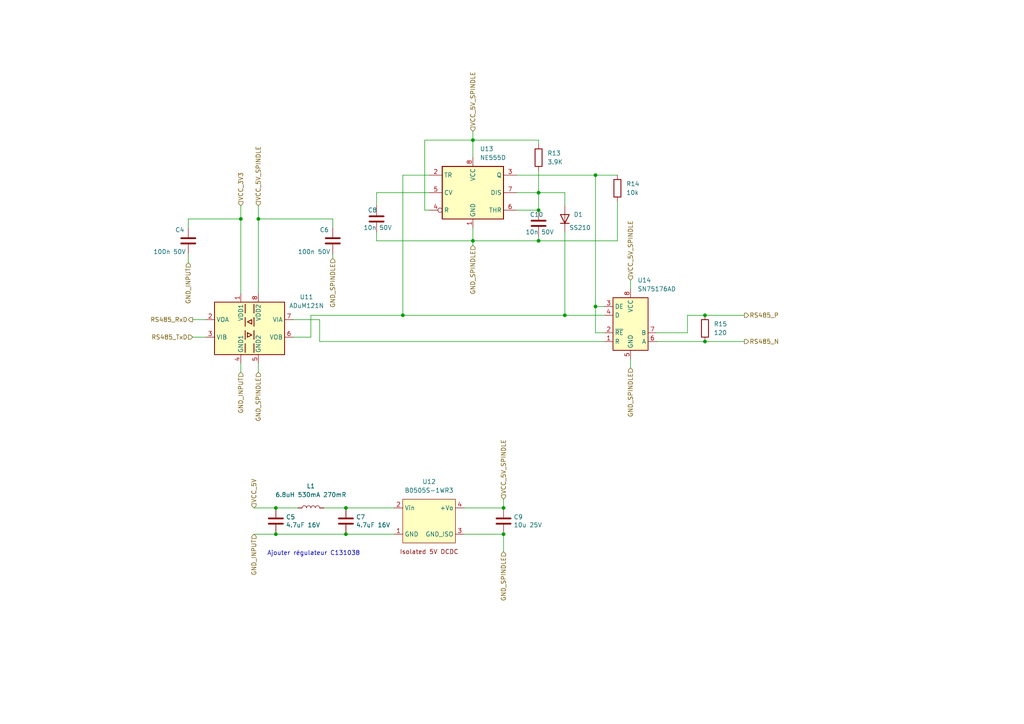
<source format=kicad_sch>
(kicad_sch (version 20211123) (generator eeschema)
  (paper "A4")
  (lib_symbols
    (symbol "Device:C" (pin_numbers hide) (pin_names (offset 0.254))
      (property "Reference" "C" (at 0.635 2.54 0))
      (property "Value" "C" (at 0.635 -2.54 0))
      (symbol "C_0_1"
        (polyline (pts (xy -2.032 -0.762) (xy 2.032 -0.762)) (stroke (width 0.508)))
        (polyline (pts (xy -2.032 0.762) (xy 2.032 0.762)) (stroke (width 0.508)))
      )
      (symbol "C_1_1"
        (pin passive line (at 0 3.81 270) (length 2.794) (name "~") (number "1"))
        (pin passive line (at 0 -3.81 90) (length 2.794) (name "~") (number "2"))
      )
    )
    (symbol "Device:D" (pin_numbers hide) (pin_names (offset 1.016) hide)
      (property "Reference" "D" (at 0 2.54 0))
      (property "Value" "D" (at 0 -2.54 0))
      (symbol "D_0_1"
        (polyline (pts (xy -1.27 1.27) (xy -1.27 -1.27)) (stroke (width 0.254)))
        (polyline (pts (xy 1.27 0) (xy -1.27 0)))
        (polyline (pts (xy 1.27 1.27) (xy 1.27 -1.27) (xy -1.27 0) (xy 1.27 1.27)) (stroke (width 0.254)))
      )
      (symbol "D_1_1"
        (pin passive line (at -3.81 0 0) (length 2.54) (name "K") (number "1"))
        (pin passive line (at 3.81 0 180) (length 2.54) (name "A") (number "2"))
      )
    )
    (symbol "Device:L" (pin_numbers hide) (pin_names (offset 1.016) hide)
      (property "Reference" "L" (at -1.27 0 90))
      (property "Value" "L" (at 1.905 0 90))
      (symbol "L_0_1"
        (arc (start 0 -2.54) (mid 0.635 -1.905) (end 0 -1.27))
        (arc (start 0 -1.27) (mid 0.635 -0.635) (end 0 0))
        (arc (start 0 0) (mid 0.635 0.635) (end 0 1.27))
        (arc (start 0 1.27) (mid 0.635 1.905) (end 0 2.54))
      )
      (symbol "L_1_1"
        (pin passive line (at 0 3.81 270) (length 1.27) (name "1") (number "1"))
        (pin passive line (at 0 -3.81 90) (length 1.27) (name "2") (number "2"))
      )
    )
    (symbol "Device:R" (pin_numbers hide) (pin_names (offset 0))
      (property "Reference" "R" (at 2.032 0 90))
      (property "Value" "R" (at 0 0 90))
      (symbol "R_0_1"
        (rectangle (start -1.016 -2.54) (end 1.016 2.54) (stroke (width 0.254)))
      )
      (symbol "R_1_1"
        (pin passive line (at 0 3.81 270) (length 1.27) (name "~") (number "1"))
        (pin passive line (at 0 -3.81 90) (length 1.27) (name "~") (number "2"))
      )
    )
    (symbol "Interface_UART:SN75176AD"
      (property "Reference" "U" (at -4.318 8.89 0))
      (property "Value" "SN75176AD" (at 1.016 8.89 0))
      (symbol "SN75176AD_0_1"
        (rectangle (start -5.08 7.62) (end 5.08 -7.62) (stroke (width 0.254)) (fill (type background)))
      )
      (symbol "SN75176AD_1_1"
        (pin output line (at -7.62 -5.08 0) (length 2.54) (name "R") (number "1"))
        (pin input line (at -7.62 -2.54 0) (length 2.54) (name "~{RE}") (number "2"))
        (pin input line (at -7.62 5.08 0) (length 2.54) (name "DE") (number "3"))
        (pin input line (at -7.62 2.54 0) (length 2.54) (name "D") (number "4"))
        (pin power_in line (at 0 -10.16 90) (length 2.54) (name "GND") (number "5"))
        (pin bidirectional line (at 7.62 -5.08 180) (length 2.54) (name "A") (number "6"))
        (pin bidirectional line (at 7.62 -2.54 180) (length 2.54) (name "B") (number "7"))
        (pin power_in line (at 0 10.16 270) (length 2.54) (name "VCC") (number "8"))
      )
    )
    (symbol "Isolator:ADuM121N"
      (property "Reference" "U" (at -10.16 8.89 0))
      (property "Value" "ADuM121N" (at 3.81 8.89 0))
      (symbol "ADuM121N_0_1"
        (rectangle (start -10.16 7.62) (end 10.16 -7.62) (stroke (width 0.254)) (fill (type background)))
        (polyline (pts (xy -1.27 -4.445) (xy -1.27 -6.985)) (stroke (width 0.254)))
        (polyline (pts (xy -1.27 -0.635) (xy -1.27 -3.175)) (stroke (width 0.254)))
        (polyline (pts (xy -1.27 3.175) (xy -1.27 0.635)) (stroke (width 0.254)))
        (polyline (pts (xy -1.27 6.985) (xy -1.27 4.445)) (stroke (width 0.254)))
        (polyline (pts (xy 1.27 -4.445) (xy 1.27 -6.985)) (stroke (width 0.254)))
        (polyline (pts (xy 1.27 -0.635) (xy 1.27 -3.175)) (stroke (width 0.254)))
        (polyline (pts (xy 1.27 3.175) (xy 1.27 0.635)) (stroke (width 0.254)))
        (polyline (pts (xy 1.27 6.985) (xy 1.27 4.445)) (stroke (width 0.254)))
        (polyline (pts (xy -0.635 -1.27) (xy -0.635 -2.54) (xy 0.635 -1.905) (xy -0.635 -1.27)) (stroke (width 0.254)))
        (polyline (pts (xy 0.635 1.27) (xy -0.635 1.905) (xy 0.635 2.54) (xy 0.635 1.27)) (stroke (width 0.254)))
      )
      (symbol "ADuM121N_1_1"
        (pin power_in line (at -2.54 10.16 270) (length 2.54) (name "VDD1") (number "1"))
        (pin output line (at -12.7 2.54 0) (length 2.54) (name "VOA") (number "2"))
        (pin input line (at -12.7 -2.54 0) (length 2.54) (name "VIB") (number "3"))
        (pin power_in line (at -2.54 -10.16 90) (length 2.54) (name "GND1") (number "4"))
        (pin power_in line (at 2.54 -10.16 90) (length 2.54) (name "GND2") (number "5"))
        (pin output line (at 12.7 -2.54 180) (length 2.54) (name "VOB") (number "6"))
        (pin input line (at 12.7 2.54 180) (length 2.54) (name "VIA") (number "7"))
        (pin power_in line (at 2.54 10.16 270) (length 2.54) (name "VDD2") (number "8"))
      )
    )
    (symbol "PersonnalSymbolLibrary:B0505S-1WR3"
      (property "Reference" "U?" (at 7.62 5.08 0))
      (property "Value" "B0505S-1WR3" (at 7.62 2.54 0))
      (symbol "B0505S-1WR3_0_0"
        (text "Isolated 5V DCDC" (at 7.62 -15.24 0) (effects (font (size 1.27 1.27))))
      )
      (symbol "B0505S-1WR3_0_1"
        (rectangle (start 0 0) (end 15.24 -12.7) (stroke (width 0.1524)) (fill (type background)))
      )
      (symbol "B0505S-1WR3_1_1"
        (pin passive line (at -2.54 -10.16 0) (length 2.54) (name "GND") (number "1"))
        (pin passive line (at -2.54 -2.54 0) (length 2.54) (name "Vin") (number "2"))
        (pin passive line (at 17.78 -10.16 180) (length 2.54) (name "GND_ISO") (number "3"))
        (pin passive line (at 17.78 -2.54 180) (length 2.54) (name "+Vo") (number "4"))
      )
    )
    (symbol "Timer:NE555D"
      (property "Reference" "U" (at -10.16 8.89 0))
      (property "Value" "NE555D" (at 2.54 8.89 0))
      (symbol "NE555D_0_0"
        (pin power_in line (at 0 -10.16 90) (length 2.54) (name "GND") (number "1"))
        (pin power_in line (at 0 10.16 270) (length 2.54) (name "VCC") (number "8"))
      )
      (symbol "NE555D_0_1"
        (rectangle (start -8.89 -7.62) (end 8.89 7.62) (stroke (width 0.254)) (fill (type background)))
        (rectangle (start -8.89 -7.62) (end 8.89 7.62) (stroke (width 0.254)) (fill (type background)))
      )
      (symbol "NE555D_1_1"
        (pin input line (at -12.7 5.08 0) (length 3.81) (name "TR") (number "2"))
        (pin output line (at 12.7 5.08 180) (length 3.81) (name "Q") (number "3"))
        (pin input inverted (at -12.7 -5.08 0) (length 3.81) (name "R") (number "4"))
        (pin input line (at -12.7 0 0) (length 3.81) (name "CV") (number "5"))
        (pin input line (at 12.7 -5.08 180) (length 3.81) (name "THR") (number "6"))
        (pin input line (at 12.7 0 180) (length 3.81) (name "DIS") (number "7"))
      )
    )
  )
  (junction (at 100.33 154.94))
  (junction (at 80.01 147.32))
  (junction (at 116.84 91.44))
  (junction (at 172.72 50.8))
  (junction (at 156.21 55.88))
  (junction (at 146.05 154.94))
  (junction (at 69.85 63.5))
  (junction (at 204.47 91.44))
  (junction (at 172.72 88.9))
  (junction (at 146.05 147.32))
  (junction (at 137.16 40.64))
  (junction (at 156.21 69.85))
  (junction (at 204.47 99.06))
  (junction (at 74.93 63.5))
  (junction (at 100.33 147.32))
  (junction (at 163.83 91.44))
  (junction (at 80.01 154.94))
  (junction (at 156.21 60.96))
  (junction (at 137.16 69.85))
  (wire (pts (xy 55.88 97.79) (xy 59.69 97.79)))
  (wire (pts (xy 54.61 73.66) (xy 54.61 76.2)))
  (wire (pts (xy 149.86 50.8) (xy 172.72 50.8)))
  (wire (pts (xy 85.09 97.79) (xy 90.17 97.79)))
  (wire (pts (xy 80.01 147.32) (xy 86.36 147.32)))
  (wire (pts (xy 172.72 96.52) (xy 172.72 88.9)))
  (wire (pts (xy 124.46 60.96) (xy 123.19 60.96)))
  (wire (pts (xy 149.86 60.96) (xy 156.21 60.96)))
  (wire (pts (xy 146.05 144.78) (xy 146.05 147.32)))
  (wire (pts (xy 55.88 92.71) (xy 59.69 92.71)))
  (wire (pts (xy 156.21 55.88) (xy 156.21 60.96)))
  (wire (pts (xy 163.83 55.88) (xy 163.83 59.69)))
  (wire (pts (xy 96.52 66.04) (xy 96.52 63.5)))
  (wire (pts (xy 156.21 68.58) (xy 156.21 69.85)))
  (wire (pts (xy 190.5 99.06) (xy 204.47 99.06)))
  (wire (pts (xy 156.21 40.64) (xy 137.16 40.64)))
  (wire (pts (xy 109.22 55.88) (xy 109.22 59.69)))
  (wire (pts (xy 149.86 55.88) (xy 156.21 55.88)))
  (wire (pts (xy 109.22 69.85) (xy 137.16 69.85)))
  (wire (pts (xy 156.21 55.88) (xy 163.83 55.88)))
  (wire (pts (xy 96.52 73.66) (xy 96.52 74.93)))
  (wire (pts (xy 69.85 85.09) (xy 69.85 63.5)))
  (wire (pts (xy 179.07 58.42) (xy 179.07 69.85)))
  (wire (pts (xy 69.85 63.5) (xy 54.61 63.5)))
  (wire (pts (xy 74.93 63.5) (xy 74.93 59.69)))
  (wire (pts (xy 190.5 96.52) (xy 199.39 96.52)))
  (wire (pts (xy 116.84 91.44) (xy 163.83 91.44)))
  (wire (pts (xy 146.05 154.94) (xy 146.05 160.02)))
  (wire (pts (xy 182.88 104.14) (xy 182.88 106.68)))
  (wire (pts (xy 116.84 50.8) (xy 116.84 91.44)))
  (wire (pts (xy 134.62 147.32) (xy 146.05 147.32)))
  (wire (pts (xy 137.16 69.85) (xy 137.16 71.12)))
  (wire (pts (xy 109.22 55.88) (xy 124.46 55.88)))
  (wire (pts (xy 109.22 67.31) (xy 109.22 69.85)))
  (wire (pts (xy 74.93 63.5) (xy 96.52 63.5)))
  (wire (pts (xy 90.17 91.44) (xy 116.84 91.44)))
  (wire (pts (xy 137.16 38.1) (xy 137.16 40.64)))
  (wire (pts (xy 69.85 59.69) (xy 69.85 63.5)))
  (wire (pts (xy 199.39 96.52) (xy 199.39 91.44)))
  (wire (pts (xy 137.16 40.64) (xy 137.16 45.72)))
  (wire (pts (xy 92.71 99.06) (xy 175.26 99.06)))
  (wire (pts (xy 74.93 85.09) (xy 74.93 63.5)))
  (wire (pts (xy 156.21 41.91) (xy 156.21 40.64)))
  (wire (pts (xy 156.21 49.53) (xy 156.21 55.88)))
  (wire (pts (xy 85.09 92.71) (xy 92.71 92.71)))
  (wire (pts (xy 100.33 147.32) (xy 114.3 147.32)))
  (wire (pts (xy 163.83 91.44) (xy 175.26 91.44)))
  (wire (pts (xy 204.47 99.06) (xy 215.9 99.06)))
  (wire (pts (xy 172.72 50.8) (xy 172.72 88.9)))
  (wire (pts (xy 175.26 96.52) (xy 172.72 96.52)))
  (wire (pts (xy 73.66 147.32) (xy 80.01 147.32)))
  (wire (pts (xy 92.71 92.71) (xy 92.71 99.06)))
  (wire (pts (xy 134.62 154.94) (xy 146.05 154.94)))
  (wire (pts (xy 172.72 88.9) (xy 175.26 88.9)))
  (wire (pts (xy 90.17 97.79) (xy 90.17 91.44)))
  (wire (pts (xy 137.16 66.04) (xy 137.16 69.85)))
  (wire (pts (xy 199.39 91.44) (xy 204.47 91.44)))
  (wire (pts (xy 69.85 105.41) (xy 69.85 107.95)))
  (wire (pts (xy 100.33 154.94) (xy 114.3 154.94)))
  (wire (pts (xy 80.01 154.94) (xy 100.33 154.94)))
  (wire (pts (xy 172.72 50.8) (xy 179.07 50.8)))
  (wire (pts (xy 123.19 60.96) (xy 123.19 40.64)))
  (wire (pts (xy 182.88 81.28) (xy 182.88 83.82)))
  (wire (pts (xy 116.84 50.8) (xy 124.46 50.8)))
  (wire (pts (xy 93.98 147.32) (xy 100.33 147.32)))
  (wire (pts (xy 123.19 40.64) (xy 137.16 40.64)))
  (wire (pts (xy 54.61 63.5) (xy 54.61 66.04)))
  (wire (pts (xy 204.47 91.44) (xy 215.9 91.44)))
  (wire (pts (xy 163.83 67.31) (xy 163.83 91.44)))
  (wire (pts (xy 156.21 69.85) (xy 179.07 69.85)))
  (wire (pts (xy 137.16 69.85) (xy 156.21 69.85)))
  (wire (pts (xy 74.93 105.41) (xy 74.93 107.95)))
  (wire (pts (xy 73.66 154.94) (xy 80.01 154.94)))
  (text "Ajouter régulateur C131038\n" (at 77.47 161.29 0) (effects (font (size 1.27 1.27)) (justify left bottom)))
  (hierarchical_label "RS485_RxD" (shape output) (at 55.88 92.71 180))
  (hierarchical_label "RS485_N" (shape output) (at 215.9 99.06 0))
  (hierarchical_label "VCC_5V_SPINDLE" (shape input) (at 146.05 144.78 90))
  (hierarchical_label "RS485_TxD" (shape input) (at 55.88 97.79 180))
  (hierarchical_label "GND_INPUT" (shape input) (at 69.85 107.95 270))
  (hierarchical_label "GND_SPINDLE" (shape input) (at 137.16 71.12 270))
  (hierarchical_label "GND_INPUT" (shape input) (at 73.66 154.94 270))
  (hierarchical_label "GND_SPINDLE" (shape input) (at 146.05 160.02 270))
  (hierarchical_label "GND_SPINDLE" (shape input) (at 96.52 74.93 270))
  (hierarchical_label "VCC_5V_SPINDLE" (shape input) (at 137.16 38.1 90))
  (hierarchical_label "VCC_5V_SPINDLE" (shape input) (at 182.88 81.28 90))
  (hierarchical_label "GND_SPINDLE" (shape input) (at 74.93 107.95 270))
  (hierarchical_label "VCC_3V3" (shape input) (at 69.85 59.69 90))
  (hierarchical_label "VCC_5V_SPINDLE" (shape input) (at 74.93 59.69 90))
  (hierarchical_label "GND_INPUT" (shape input) (at 54.61 76.2 270))
  (hierarchical_label "VCC_5V" (shape input) (at 73.66 147.32 90))
  (hierarchical_label "GND_SPINDLE" (shape input) (at 182.88 106.68 270))
  (hierarchical_label "RS485_P" (shape output) (at 215.9 91.44 0))
  (symbol (lib_id "Device:C") (at 80.01 151.13 0) (unit 1)
    (property "Reference" "C5" (at 82.931 149.9616 0) (effects (justify left)))
    (property "Value" "4.7uF 16V" (at 82.931 152.273 0) (effects (justify left)))
    (property "Footprint" "Capacitor_SMD:C_0603_1608Metric" (effects hide))
    (property "LCSC" "C19666" (effects hide))
  )
  (symbol (lib_id "Device:R") (at 179.07 54.61 0) (unit 1)
    (property "Reference" "R14" (at 181.61 53.3399 0) (effects (justify left)))
    (property "Value" "10k" (at 181.61 55.8799 0) (effects (justify left)))
    (property "Footprint" "Resistor_SMD:R_0402_1005Metric_Pad0.72x0.64mm_HandSolder" (effects hide))
    (property "LCSC" "C25744" (effects hide))
  )
  (symbol (lib_id "PersonnalSymbolLibrary:B0505S-1WR3") (at 116.84 144.78 0) (unit 1)
    (property "Reference" "U12" (at 124.46 139.7 0))
    (property "Value" "B0505S-1WR3" (at 124.46 142.24 0))
    (property "Footprint" "PersonnalFootprintLibrary:B0505S-1WR3" (effects hide))
  )
  (symbol (lib_id "Device:D") (at 163.83 63.5 90) (unit 1)
    (property "Reference" "D1" (at 166.37 62.2299 90) (effects (justify right)))
    (property "Value" "SS210" (at 165.1 66.04 90) (effects (justify right)))
    (property "Footprint" "Diode_SMD:D_SMA" (effects hide))
    (property "LCSC" "C14996" (effects hide))
  )
  (symbol (lib_id "Device:C") (at 54.61 69.85 0) (unit 1)
    (property "Reference" "C4" (at 50.8 66.6749 0) (effects (justify left)))
    (property "Value" "100n 50V" (at 44.45 73.0249 0) (effects (justify left)))
    (property "Footprint" "Capacitor_SMD:C_0402_1005Metric" (effects hide))
    (property "LCSC" "C307331" (effects hide))
  )
  (symbol (lib_id "Device:C") (at 146.05 151.13 0) (unit 1)
    (property "Reference" "C9" (at 148.971 149.9616 0) (effects (justify left)))
    (property "Value" "10u 25V" (at 148.971 152.273 0) (effects (justify left)))
    (property "Footprint" "Capacitor_SMD:C_0805_2012Metric" (effects hide))
    (property "LCSC" "C15850" (effects hide))
  )
  (symbol (lib_id "Device:C") (at 156.21 64.77 0) (unit 1)
    (property "Reference" "C10" (at 153.67 62.23 0) (effects (justify left)))
    (property "Value" "10n 50V" (at 152.4 67.31 0) (effects (justify left)))
    (property "Footprint" "Capacitor_SMD:C_0402_1005Metric" (effects hide))
    (property "LCSC" "C15195" (effects hide))
  )
  (symbol (lib_id "Device:C") (at 109.22 63.5 0) (unit 1)
    (property "Reference" "C8" (at 106.68 60.96 0) (effects (justify left)))
    (property "Value" "10n 50V" (at 105.41 66.04 0) (effects (justify left)))
    (property "Footprint" "Capacitor_SMD:C_0402_1005Metric" (effects hide))
    (property "LCSC" "C15195" (effects hide))
  )
  (symbol (lib_id "Device:R") (at 156.21 45.72 180) (unit 1)
    (property "Reference" "R13" (at 158.75 44.4499 0) (effects (justify right)))
    (property "Value" "3.9K" (at 158.75 46.9899 0) (effects (justify right)))
    (property "Footprint" "Resistor_SMD:R_0402_1005Metric" (effects hide))
    (property "LCSC" "C51721" (effects hide))
  )
  (symbol (lib_id "Device:C") (at 96.52 69.85 0) (unit 1)
    (property "Reference" "C6" (at 92.71 66.6749 0) (effects (justify left)))
    (property "Value" "100n 50V" (at 86.36 73.0249 0) (effects (justify left)))
    (property "Footprint" "Capacitor_SMD:C_0402_1005Metric" (effects hide))
    (property "LCSC" "C307331" (effects hide))
  )
  (symbol (lib_id "Timer:NE555D") (at 137.16 55.88 0) (unit 1)
    (property "Reference" "U13" (at 139.1794 43.18 0) (effects (justify left)))
    (property "Value" "NE555D" (at 139.1794 45.72 0) (effects (justify left)))
    (property "Footprint" "Package_SO:SOIC-8_3.9x4.9mm_P1.27mm" (effects hide))
    (property "Datasheet" "http://www.ti.com/lit/ds/symlink/ne555.pdf" (effects hide))
    (property "LCSC" "C7593" (effects hide))
  )
  (symbol (lib_id "Device:R") (at 204.47 95.25 180) (unit 1)
    (property "Reference" "R15" (at 207.01 93.9799 0) (effects (justify right)))
    (property "Value" "120" (at 207.01 96.5199 0) (effects (justify right)))
    (property "Footprint" "Resistor_SMD:R_1206_3216Metric" (effects hide))
    (property "LCSC" "C17909" (effects hide))
  )
  (symbol (lib_id "Isolator:ADuM121N") (at 72.39 95.25 0) (unit 1)
    (property "Reference" "U11" (at 88.9 86.1312 0))
    (property "Value" "ADuM121N" (at 88.9 88.6712 0))
    (property "Footprint" "Package_SO:SOIC-8_3.9x4.9mm_P1.27mm" (effects hide))
    (property "Datasheet" "https://www.analog.com/media/en/technical-documentation/data-sheets/ADuM120N_121N.pdf" (effects hide))
    (property "LCSC" "C190783" (effects hide))
  )
  (symbol (lib_id "Interface_UART:SN75176AD") (at 182.88 93.98 0) (unit 1)
    (property "Reference" "U14" (at 184.8994 81.28 0) (effects (justify left)))
    (property "Value" "SN75176AD" (at 184.8994 83.82 0) (effects (justify left)))
    (property "Footprint" "Package_SO:SOIC-8_3.9x4.9mm_P1.27mm" (effects hide))
    (property "Datasheet" "http://www.ti.com/lit/ds/symlink/sn75176a.pdf" (effects hide))
    (property "LCSC" "C7063" (effects hide))
  )
  (symbol (lib_id "Device:C") (at 100.33 151.13 0) (unit 1)
    (property "Reference" "C7" (at 103.251 149.9616 0) (effects (justify left)))
    (property "Value" "4.7uF 16V" (at 103.251 152.273 0) (effects (justify left)))
    (property "Footprint" "Capacitor_SMD:C_0603_1608Metric" (effects hide))
    (property "LCSC" "C19666" (effects hide))
  )
  (symbol (lib_id "Device:L") (at 90.17 147.32 90) (unit 1)
    (property "Reference" "L1" (at 90.17 140.97 90))
    (property "Value" "6.8uH 530mA 270mR" (at 90.17 143.51 90))
    (property "Footprint" "Inductor_SMD:L_TDK_NLV32_3.2x2.5mm" (effects hide))
    (property "LCSC" "C295387" (effects hide))
  )
)
</source>
